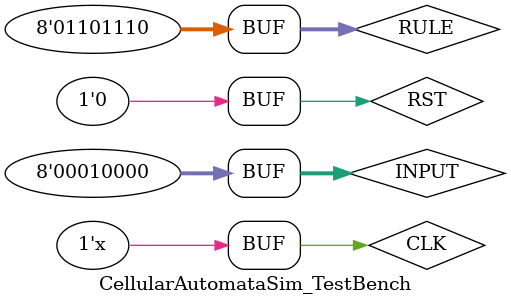
<source format=v>
`timescale 1ns/1ns
`include "CellularAutomataSim.v"

module CellularAutomataSim_TestBench();

    reg [7 : 0] RULE;
    reg [7 : 0] INPUT;
    reg RST;
    reg CLK;
    wire [7 : 0] OUTPUT;

    CellularAutomataSim s(RULE, INPUT, RST, CLK, OUTPUT);

    initial begin
        $dumpfile("./Waveforms/CellularAutomataSim_TestBench.vcd");
        $dumpvars(0,  CellularAutomataSim_TestBench);
        INPUT <= 8'b00010000; RULE <= 8'b01101110; CLK <= 0; RST <= 1; #5;
        CLK <= ~CLK; #5;
        CLK <= ~CLK; #5;
        RST <= 0; CLK <= ~CLK; #5;
        CLK <= ~CLK; #5;
        CLK <= ~CLK; #5;
        CLK <= ~CLK; #5;
        CLK <= ~CLK; #5;
        CLK <= ~CLK; #5;
        CLK <= ~CLK; #5;
    end
endmodule
</source>
